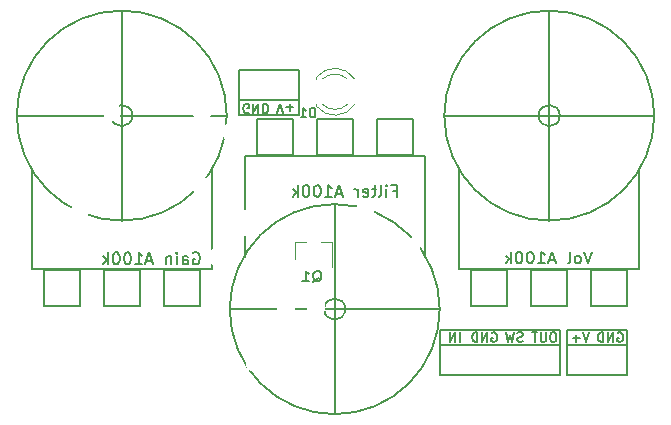
<source format=gbo>
%TF.GenerationSoftware,KiCad,Pcbnew,(5.99.0-7175-gc07a38b91b)*%
%TF.CreationDate,2020-11-24T09:55:21+02:00*%
%TF.ProjectId,gota-de-limon,676f7461-2d64-4652-9d6c-696d6f6e2e6b,rev?*%
%TF.SameCoordinates,Original*%
%TF.FileFunction,Legend,Bot*%
%TF.FilePolarity,Positive*%
%FSLAX46Y46*%
G04 Gerber Fmt 4.6, Leading zero omitted, Abs format (unit mm)*
G04 Created by KiCad (PCBNEW (5.99.0-7175-gc07a38b91b)) date 2020-11-24 09:55:21*
%MOMM*%
%LPD*%
G01*
G04 APERTURE LIST*
%ADD10C,0.150000*%
%ADD11C,0.100000*%
%ADD12C,0.127000*%
%ADD13C,0.120000*%
%ADD14O,1.930400X1.930400*%
%ADD15R,1.930400X1.930400*%
%ADD16C,1.600000*%
%ADD17O,1.600000X1.600000*%
%ADD18R,2.200000X2.200000*%
%ADD19O,2.200000X2.200000*%
%ADD20R,1.600000X1.600000*%
%ADD21R,2.540000X2.540000*%
%ADD22O,2.540000X2.540000*%
%ADD23R,0.800000X0.900000*%
%ADD24R,1.800000X1.800000*%
%ADD25C,1.800000*%
G04 APERTURE END LIST*
D10*
%TO.C,J3*%
X87702523Y-67415000D02*
X87778714Y-67376904D01*
X87893000Y-67376904D01*
X88007285Y-67415000D01*
X88083476Y-67491190D01*
X88121571Y-67567380D01*
X88159666Y-67719761D01*
X88159666Y-67834047D01*
X88121571Y-67986428D01*
X88083476Y-68062619D01*
X88007285Y-68138809D01*
X87893000Y-68176904D01*
X87816809Y-68176904D01*
X87702523Y-68138809D01*
X87664428Y-68100714D01*
X87664428Y-67834047D01*
X87816809Y-67834047D01*
X87321571Y-68176904D02*
X87321571Y-67376904D01*
X86864428Y-68176904D01*
X86864428Y-67376904D01*
X86483476Y-68176904D02*
X86483476Y-67376904D01*
X86293000Y-67376904D01*
X86178714Y-67415000D01*
X86102523Y-67491190D01*
X86064428Y-67567380D01*
X86026333Y-67719761D01*
X86026333Y-67834047D01*
X86064428Y-67986428D01*
X86102523Y-68062619D01*
X86178714Y-68138809D01*
X86293000Y-68176904D01*
X86483476Y-68176904D01*
X85314904Y-67376904D02*
X85048238Y-68176904D01*
X84781571Y-67376904D01*
X84514904Y-67872142D02*
X83905380Y-67872142D01*
X84210142Y-68176904D02*
X84210142Y-67567380D01*
%TO.C,J2*%
X58845095Y-48813095D02*
X59111761Y-48013095D01*
X59378428Y-48813095D01*
X59645095Y-48317857D02*
X60254619Y-48317857D01*
X59949857Y-48013095D02*
X59949857Y-48622619D01*
X56457476Y-48775000D02*
X56381285Y-48813095D01*
X56267000Y-48813095D01*
X56152714Y-48775000D01*
X56076523Y-48698809D01*
X56038428Y-48622619D01*
X56000333Y-48470238D01*
X56000333Y-48355952D01*
X56038428Y-48203571D01*
X56076523Y-48127380D01*
X56152714Y-48051190D01*
X56267000Y-48013095D01*
X56343190Y-48013095D01*
X56457476Y-48051190D01*
X56495571Y-48089285D01*
X56495571Y-48355952D01*
X56343190Y-48355952D01*
X56838428Y-48013095D02*
X56838428Y-48813095D01*
X57295571Y-48013095D01*
X57295571Y-48813095D01*
X57676523Y-48013095D02*
X57676523Y-48813095D01*
X57867000Y-48813095D01*
X57981285Y-48775000D01*
X58057476Y-48698809D01*
X58095571Y-48622619D01*
X58133666Y-48470238D01*
X58133666Y-48355952D01*
X58095571Y-48203571D01*
X58057476Y-48127380D01*
X57981285Y-48051190D01*
X57867000Y-48013095D01*
X57676523Y-48013095D01*
%TO.C,RV2*%
X51773809Y-60650000D02*
X51869047Y-60602380D01*
X52011904Y-60602380D01*
X52154761Y-60650000D01*
X52250000Y-60745238D01*
X52297619Y-60840476D01*
X52345238Y-61030952D01*
X52345238Y-61173809D01*
X52297619Y-61364285D01*
X52250000Y-61459523D01*
X52154761Y-61554761D01*
X52011904Y-61602380D01*
X51916666Y-61602380D01*
X51773809Y-61554761D01*
X51726190Y-61507142D01*
X51726190Y-61173809D01*
X51916666Y-61173809D01*
X50869047Y-61602380D02*
X50869047Y-61078571D01*
X50916666Y-60983333D01*
X51011904Y-60935714D01*
X51202380Y-60935714D01*
X51297619Y-60983333D01*
X50869047Y-61554761D02*
X50964285Y-61602380D01*
X51202380Y-61602380D01*
X51297619Y-61554761D01*
X51345238Y-61459523D01*
X51345238Y-61364285D01*
X51297619Y-61269047D01*
X51202380Y-61221428D01*
X50964285Y-61221428D01*
X50869047Y-61173809D01*
X50392857Y-61602380D02*
X50392857Y-60935714D01*
X50392857Y-60602380D02*
X50440476Y-60650000D01*
X50392857Y-60697619D01*
X50345238Y-60650000D01*
X50392857Y-60602380D01*
X50392857Y-60697619D01*
X49916666Y-60935714D02*
X49916666Y-61602380D01*
X49916666Y-61030952D02*
X49869047Y-60983333D01*
X49773809Y-60935714D01*
X49630952Y-60935714D01*
X49535714Y-60983333D01*
X49488095Y-61078571D01*
X49488095Y-61602380D01*
X48297619Y-61316666D02*
X47821428Y-61316666D01*
X48392857Y-61602380D02*
X48059523Y-60602380D01*
X47726190Y-61602380D01*
X46869047Y-61602380D02*
X47440476Y-61602380D01*
X47154761Y-61602380D02*
X47154761Y-60602380D01*
X47250000Y-60745238D01*
X47345238Y-60840476D01*
X47440476Y-60888095D01*
X46250000Y-60602380D02*
X46154761Y-60602380D01*
X46059523Y-60650000D01*
X46011904Y-60697619D01*
X45964285Y-60792857D01*
X45916666Y-60983333D01*
X45916666Y-61221428D01*
X45964285Y-61411904D01*
X46011904Y-61507142D01*
X46059523Y-61554761D01*
X46154761Y-61602380D01*
X46250000Y-61602380D01*
X46345238Y-61554761D01*
X46392857Y-61507142D01*
X46440476Y-61411904D01*
X46488095Y-61221428D01*
X46488095Y-60983333D01*
X46440476Y-60792857D01*
X46392857Y-60697619D01*
X46345238Y-60650000D01*
X46250000Y-60602380D01*
X45297619Y-60602380D02*
X45202380Y-60602380D01*
X45107142Y-60650000D01*
X45059523Y-60697619D01*
X45011904Y-60792857D01*
X44964285Y-60983333D01*
X44964285Y-61221428D01*
X45011904Y-61411904D01*
X45059523Y-61507142D01*
X45107142Y-61554761D01*
X45202380Y-61602380D01*
X45297619Y-61602380D01*
X45392857Y-61554761D01*
X45440476Y-61507142D01*
X45488095Y-61411904D01*
X45535714Y-61221428D01*
X45535714Y-60983333D01*
X45488095Y-60792857D01*
X45440476Y-60697619D01*
X45392857Y-60650000D01*
X45297619Y-60602380D01*
X44535714Y-61602380D02*
X44535714Y-60602380D01*
X44440476Y-61221428D02*
X44154761Y-61602380D01*
X44154761Y-60935714D02*
X44535714Y-61316666D01*
D11*
X45434285Y-64079380D02*
X46005714Y-64079380D01*
X45720000Y-64079380D02*
X45720000Y-63079380D01*
X45815238Y-63222238D01*
X45910476Y-63317476D01*
X46005714Y-63365095D01*
D10*
%TO.C,Q1*%
X61905238Y-63068095D02*
X62000476Y-63030000D01*
X62095714Y-62953809D01*
X62238571Y-62839523D01*
X62333809Y-62801428D01*
X62429047Y-62801428D01*
X62381428Y-62991904D02*
X62476666Y-62953809D01*
X62571904Y-62877619D01*
X62619523Y-62725238D01*
X62619523Y-62458571D01*
X62571904Y-62306190D01*
X62476666Y-62230000D01*
X62381428Y-62191904D01*
X62190952Y-62191904D01*
X62095714Y-62230000D01*
X62000476Y-62306190D01*
X61952857Y-62458571D01*
X61952857Y-62725238D01*
X62000476Y-62877619D01*
X62095714Y-62953809D01*
X62190952Y-62991904D01*
X62381428Y-62991904D01*
X61000476Y-62991904D02*
X61571904Y-62991904D01*
X61286190Y-62991904D02*
X61286190Y-62191904D01*
X61381428Y-62306190D01*
X61476666Y-62382380D01*
X61571904Y-62420476D01*
%TO.C,RV1*%
X68653809Y-55378571D02*
X68987142Y-55378571D01*
X68987142Y-55902380D02*
X68987142Y-54902380D01*
X68510952Y-54902380D01*
X68130000Y-55902380D02*
X68130000Y-55235714D01*
X68130000Y-54902380D02*
X68177619Y-54950000D01*
X68130000Y-54997619D01*
X68082380Y-54950000D01*
X68130000Y-54902380D01*
X68130000Y-54997619D01*
X67510952Y-55902380D02*
X67606190Y-55854761D01*
X67653809Y-55759523D01*
X67653809Y-54902380D01*
X67272857Y-55235714D02*
X66891904Y-55235714D01*
X67130000Y-54902380D02*
X67130000Y-55759523D01*
X67082380Y-55854761D01*
X66987142Y-55902380D01*
X66891904Y-55902380D01*
X66177619Y-55854761D02*
X66272857Y-55902380D01*
X66463333Y-55902380D01*
X66558571Y-55854761D01*
X66606190Y-55759523D01*
X66606190Y-55378571D01*
X66558571Y-55283333D01*
X66463333Y-55235714D01*
X66272857Y-55235714D01*
X66177619Y-55283333D01*
X66130000Y-55378571D01*
X66130000Y-55473809D01*
X66606190Y-55569047D01*
X65701428Y-55902380D02*
X65701428Y-55235714D01*
X65701428Y-55426190D02*
X65653809Y-55330952D01*
X65606190Y-55283333D01*
X65510952Y-55235714D01*
X65415714Y-55235714D01*
X64368095Y-55616666D02*
X63891904Y-55616666D01*
X64463333Y-55902380D02*
X64130000Y-54902380D01*
X63796666Y-55902380D01*
X62939523Y-55902380D02*
X63510952Y-55902380D01*
X63225238Y-55902380D02*
X63225238Y-54902380D01*
X63320476Y-55045238D01*
X63415714Y-55140476D01*
X63510952Y-55188095D01*
X62320476Y-54902380D02*
X62225238Y-54902380D01*
X62130000Y-54950000D01*
X62082380Y-54997619D01*
X62034761Y-55092857D01*
X61987142Y-55283333D01*
X61987142Y-55521428D01*
X62034761Y-55711904D01*
X62082380Y-55807142D01*
X62130000Y-55854761D01*
X62225238Y-55902380D01*
X62320476Y-55902380D01*
X62415714Y-55854761D01*
X62463333Y-55807142D01*
X62510952Y-55711904D01*
X62558571Y-55521428D01*
X62558571Y-55283333D01*
X62510952Y-55092857D01*
X62463333Y-54997619D01*
X62415714Y-54950000D01*
X62320476Y-54902380D01*
X61368095Y-54902380D02*
X61272857Y-54902380D01*
X61177619Y-54950000D01*
X61130000Y-54997619D01*
X61082380Y-55092857D01*
X61034761Y-55283333D01*
X61034761Y-55521428D01*
X61082380Y-55711904D01*
X61130000Y-55807142D01*
X61177619Y-55854761D01*
X61272857Y-55902380D01*
X61368095Y-55902380D01*
X61463333Y-55854761D01*
X61510952Y-55807142D01*
X61558571Y-55711904D01*
X61606190Y-55521428D01*
X61606190Y-55283333D01*
X61558571Y-55092857D01*
X61510952Y-54997619D01*
X61463333Y-54950000D01*
X61368095Y-54902380D01*
X60606190Y-55902380D02*
X60606190Y-54902380D01*
X60510952Y-55521428D02*
X60225238Y-55902380D01*
X60225238Y-55235714D02*
X60606190Y-55616666D01*
D11*
X63468285Y-51252380D02*
X64039714Y-51252380D01*
X63754000Y-51252380D02*
X63754000Y-50252380D01*
X63849238Y-50395238D01*
X63944476Y-50490476D01*
X64039714Y-50538095D01*
D10*
%TO.C,J1*%
X79675714Y-68138809D02*
X79561428Y-68176904D01*
X79370952Y-68176904D01*
X79294761Y-68138809D01*
X79256666Y-68100714D01*
X79218571Y-68024523D01*
X79218571Y-67948333D01*
X79256666Y-67872142D01*
X79294761Y-67834047D01*
X79370952Y-67795952D01*
X79523333Y-67757857D01*
X79599523Y-67719761D01*
X79637619Y-67681666D01*
X79675714Y-67605476D01*
X79675714Y-67529285D01*
X79637619Y-67453095D01*
X79599523Y-67415000D01*
X79523333Y-67376904D01*
X79332857Y-67376904D01*
X79218571Y-67415000D01*
X78951904Y-67376904D02*
X78761428Y-68176904D01*
X78609047Y-67605476D01*
X78456666Y-68176904D01*
X78266190Y-67376904D01*
X77059523Y-67415000D02*
X77135714Y-67376904D01*
X77250000Y-67376904D01*
X77364285Y-67415000D01*
X77440476Y-67491190D01*
X77478571Y-67567380D01*
X77516666Y-67719761D01*
X77516666Y-67834047D01*
X77478571Y-67986428D01*
X77440476Y-68062619D01*
X77364285Y-68138809D01*
X77250000Y-68176904D01*
X77173809Y-68176904D01*
X77059523Y-68138809D01*
X77021428Y-68100714D01*
X77021428Y-67834047D01*
X77173809Y-67834047D01*
X76678571Y-68176904D02*
X76678571Y-67376904D01*
X76221428Y-68176904D01*
X76221428Y-67376904D01*
X75840476Y-68176904D02*
X75840476Y-67376904D01*
X75650000Y-67376904D01*
X75535714Y-67415000D01*
X75459523Y-67491190D01*
X75421428Y-67567380D01*
X75383333Y-67719761D01*
X75383333Y-67834047D01*
X75421428Y-67986428D01*
X75459523Y-68062619D01*
X75535714Y-68138809D01*
X75650000Y-68176904D01*
X75840476Y-68176904D01*
X82330000Y-67376904D02*
X82177619Y-67376904D01*
X82101428Y-67415000D01*
X82025238Y-67491190D01*
X81987142Y-67643571D01*
X81987142Y-67910238D01*
X82025238Y-68062619D01*
X82101428Y-68138809D01*
X82177619Y-68176904D01*
X82330000Y-68176904D01*
X82406190Y-68138809D01*
X82482380Y-68062619D01*
X82520476Y-67910238D01*
X82520476Y-67643571D01*
X82482380Y-67491190D01*
X82406190Y-67415000D01*
X82330000Y-67376904D01*
X81644285Y-67376904D02*
X81644285Y-68024523D01*
X81606190Y-68100714D01*
X81568095Y-68138809D01*
X81491904Y-68176904D01*
X81339523Y-68176904D01*
X81263333Y-68138809D01*
X81225238Y-68100714D01*
X81187142Y-68024523D01*
X81187142Y-67376904D01*
X80920476Y-67376904D02*
X80463333Y-67376904D01*
X80691904Y-68176904D02*
X80691904Y-67376904D01*
X74329047Y-68176904D02*
X74329047Y-67376904D01*
X73948095Y-68176904D02*
X73948095Y-67376904D01*
X73490952Y-68176904D01*
X73490952Y-67376904D01*
%TO.C,RV3*%
X85541976Y-60539380D02*
X85208642Y-61539380D01*
X84875309Y-60539380D01*
X84399119Y-61539380D02*
X84494357Y-61491761D01*
X84541976Y-61444142D01*
X84589595Y-61348904D01*
X84589595Y-61063190D01*
X84541976Y-60967952D01*
X84494357Y-60920333D01*
X84399119Y-60872714D01*
X84256261Y-60872714D01*
X84161023Y-60920333D01*
X84113404Y-60967952D01*
X84065785Y-61063190D01*
X84065785Y-61348904D01*
X84113404Y-61444142D01*
X84161023Y-61491761D01*
X84256261Y-61539380D01*
X84399119Y-61539380D01*
X83494357Y-61539380D02*
X83589595Y-61491761D01*
X83637214Y-61396523D01*
X83637214Y-60539380D01*
X82399119Y-61253666D02*
X81922928Y-61253666D01*
X82494357Y-61539380D02*
X82161023Y-60539380D01*
X81827690Y-61539380D01*
X80970547Y-61539380D02*
X81541976Y-61539380D01*
X81256261Y-61539380D02*
X81256261Y-60539380D01*
X81351500Y-60682238D01*
X81446738Y-60777476D01*
X81541976Y-60825095D01*
X80351500Y-60539380D02*
X80256261Y-60539380D01*
X80161023Y-60587000D01*
X80113404Y-60634619D01*
X80065785Y-60729857D01*
X80018166Y-60920333D01*
X80018166Y-61158428D01*
X80065785Y-61348904D01*
X80113404Y-61444142D01*
X80161023Y-61491761D01*
X80256261Y-61539380D01*
X80351500Y-61539380D01*
X80446738Y-61491761D01*
X80494357Y-61444142D01*
X80541976Y-61348904D01*
X80589595Y-61158428D01*
X80589595Y-60920333D01*
X80541976Y-60729857D01*
X80494357Y-60634619D01*
X80446738Y-60587000D01*
X80351500Y-60539380D01*
X79399119Y-60539380D02*
X79303880Y-60539380D01*
X79208642Y-60587000D01*
X79161023Y-60634619D01*
X79113404Y-60729857D01*
X79065785Y-60920333D01*
X79065785Y-61158428D01*
X79113404Y-61348904D01*
X79161023Y-61444142D01*
X79208642Y-61491761D01*
X79303880Y-61539380D01*
X79399119Y-61539380D01*
X79494357Y-61491761D01*
X79541976Y-61444142D01*
X79589595Y-61348904D01*
X79637214Y-61158428D01*
X79637214Y-60920333D01*
X79589595Y-60729857D01*
X79541976Y-60634619D01*
X79494357Y-60587000D01*
X79399119Y-60539380D01*
X78637214Y-61539380D02*
X78637214Y-60539380D01*
X78541976Y-61158428D02*
X78256261Y-61539380D01*
X78256261Y-60872714D02*
X78637214Y-61253666D01*
D11*
X81629285Y-64079380D02*
X82200714Y-64079380D01*
X81915000Y-64079380D02*
X81915000Y-63079380D01*
X82010238Y-63222238D01*
X82105476Y-63317476D01*
X82200714Y-63365095D01*
D10*
%TO.C,D1*%
X62080476Y-49161904D02*
X62080476Y-48361904D01*
X61890000Y-48361904D01*
X61775714Y-48400000D01*
X61699523Y-48476190D01*
X61661428Y-48552380D01*
X61623333Y-48704761D01*
X61623333Y-48819047D01*
X61661428Y-48971428D01*
X61699523Y-49047619D01*
X61775714Y-49123809D01*
X61890000Y-49161904D01*
X62080476Y-49161904D01*
X60861428Y-49161904D02*
X61318571Y-49161904D01*
X61090000Y-49161904D02*
X61090000Y-48361904D01*
X61166190Y-48476190D01*
X61242380Y-48552380D01*
X61318571Y-48590476D01*
D12*
%TO.C,J3*%
X83410000Y-68450000D02*
X83410000Y-67180000D01*
X88490000Y-68450000D02*
X88490000Y-67180000D01*
X83410000Y-67180000D02*
X88490000Y-67180000D01*
X83410000Y-70990000D02*
X83410000Y-68450000D01*
X88490000Y-70990000D02*
X88490000Y-68450000D01*
X83410000Y-70990000D02*
X88490000Y-70990000D01*
X88490000Y-68450000D02*
X83410000Y-68450000D01*
%TO.C,J2*%
X60750000Y-45200000D02*
X60750000Y-47740000D01*
X55670000Y-45200000D02*
X55670000Y-47740000D01*
X60750000Y-47740000D02*
X60750000Y-49010000D01*
X60750000Y-45200000D02*
X55670000Y-45200000D01*
X60750000Y-49010000D02*
X55670000Y-49010000D01*
X55670000Y-47740000D02*
X60750000Y-47740000D01*
X55670000Y-47740000D02*
X55670000Y-49010000D01*
%TO.C,RV2*%
X39116000Y-65151000D02*
X42164000Y-65151000D01*
X39116000Y-62103000D02*
X42164000Y-62103000D01*
X49276000Y-62103000D02*
X52324000Y-62103000D01*
X42164000Y-65151000D02*
X42164000Y-62103000D01*
X47244000Y-65151000D02*
X47244000Y-62103000D01*
X36830000Y-49022000D02*
X54610000Y-49022000D01*
X44196000Y-62103000D02*
X44196000Y-65151000D01*
X53340000Y-61976000D02*
X53340000Y-53467000D01*
X44196000Y-62103000D02*
X47244000Y-62103000D01*
X49276000Y-65151000D02*
X52324000Y-65151000D01*
X38100000Y-53467000D02*
X38100000Y-61976000D01*
X38100000Y-61976000D02*
X53340000Y-61976000D01*
X39116000Y-62103000D02*
X39116000Y-65151000D01*
X45720000Y-57912000D02*
X45720000Y-40132000D01*
X52324000Y-65151000D02*
X52324000Y-62103000D01*
X49276000Y-62103000D02*
X49276000Y-65151000D01*
X44196000Y-65151000D02*
X47244000Y-65151000D01*
X36830000Y-49022000D02*
G75*
G03*
X45720000Y-57912000I8890000J0D01*
G01*
X45720002Y-40132000D02*
G75*
G03*
X36830000Y-49022000I-101J-8889901D01*
G01*
X45720000Y-57912000D02*
G75*
G03*
X54610000Y-49022000I0J8890000D01*
G01*
X54610000Y-49022002D02*
G75*
G03*
X45720000Y-40132000I-8889901J101D01*
G01*
X46618000Y-49022000D02*
G75*
G03*
X46618000Y-49022000I-898000J0D01*
G01*
D13*
%TO.C,Q1*%
X60396000Y-59692000D02*
X61326000Y-59692000D01*
X60396000Y-59692000D02*
X60396000Y-61152000D01*
X63556000Y-59692000D02*
X62626000Y-59692000D01*
X63556000Y-59692000D02*
X63556000Y-61852000D01*
D12*
%TO.C,RV1*%
X60198000Y-49276000D02*
X57150000Y-49276000D01*
X70358000Y-52324000D02*
X70358000Y-49276000D01*
X67310000Y-49276000D02*
X67310000Y-52324000D01*
X71374000Y-52451000D02*
X56134000Y-52451000D01*
X70358000Y-52324000D02*
X67310000Y-52324000D01*
X71374000Y-60960000D02*
X71374000Y-52451000D01*
X65278000Y-52324000D02*
X65278000Y-49276000D01*
X60198000Y-52324000D02*
X60198000Y-49276000D01*
X65278000Y-49276000D02*
X62230000Y-49276000D01*
X62230000Y-49276000D02*
X62230000Y-52324000D01*
X70358000Y-49276000D02*
X67310000Y-49276000D01*
X57150000Y-49276000D02*
X57150000Y-52324000D01*
X63754000Y-56515000D02*
X63754000Y-74295000D01*
X56134000Y-52451000D02*
X56134000Y-60960000D01*
X60198000Y-52324000D02*
X57150000Y-52324000D01*
X65278000Y-52324000D02*
X62230000Y-52324000D01*
X72644000Y-65405000D02*
X54864000Y-65405000D01*
X63753998Y-74295000D02*
G75*
G03*
X72644000Y-65405000I101J8889901D01*
G01*
X72644000Y-65405000D02*
G75*
G03*
X63754000Y-56515000I-8890000J0D01*
G01*
X54864000Y-65404998D02*
G75*
G03*
X63754000Y-74295000I8889901J-101D01*
G01*
X63754000Y-56515000D02*
G75*
G03*
X54864000Y-65405000I0J-8890000D01*
G01*
X64652000Y-65405000D02*
G75*
G03*
X64652000Y-65405000I-898000J0D01*
G01*
%TO.C,J1*%
X72640000Y-67180000D02*
X82800000Y-67180000D01*
X82800000Y-70990000D02*
X82800000Y-68450000D01*
X72640000Y-68450000D02*
X72640000Y-67180000D01*
X72640000Y-70990000D02*
X72640000Y-68450000D01*
X82800000Y-68450000D02*
X82800000Y-67180000D01*
X82800000Y-68450000D02*
X72640000Y-68450000D01*
X72640000Y-70990000D02*
X82800000Y-70990000D01*
%TO.C,RV3*%
X74295000Y-53467000D02*
X74295000Y-61976000D01*
X74295000Y-61976000D02*
X89535000Y-61976000D01*
X85471000Y-65151000D02*
X88519000Y-65151000D01*
X88519000Y-65151000D02*
X88519000Y-62103000D01*
X80391000Y-62103000D02*
X83439000Y-62103000D01*
X85471000Y-62103000D02*
X88519000Y-62103000D01*
X80391000Y-65151000D02*
X83439000Y-65151000D01*
X83439000Y-65151000D02*
X83439000Y-62103000D01*
X85471000Y-62103000D02*
X85471000Y-65151000D01*
X81915000Y-57912000D02*
X81915000Y-40132000D01*
X75311000Y-65151000D02*
X78359000Y-65151000D01*
X80391000Y-62103000D02*
X80391000Y-65151000D01*
X73025000Y-49022000D02*
X90805000Y-49022000D01*
X75311000Y-62103000D02*
X75311000Y-65151000D01*
X89535000Y-61976000D02*
X89535000Y-53467000D01*
X78359000Y-65151000D02*
X78359000Y-62103000D01*
X75311000Y-62103000D02*
X78359000Y-62103000D01*
X81915000Y-57912000D02*
G75*
G03*
X90805000Y-49022000I0J8890000D01*
G01*
X90805000Y-49022002D02*
G75*
G03*
X81915000Y-40132000I-8889901J101D01*
G01*
X81915002Y-40132000D02*
G75*
G03*
X73025000Y-49022000I-101J-8889901D01*
G01*
X73025000Y-49022000D02*
G75*
G03*
X81915000Y-57912000I8890000J0D01*
G01*
X82813000Y-49022000D02*
G75*
G03*
X82813000Y-49022000I-898000J0D01*
G01*
D13*
%TO.C,D1*%
X62210000Y-45920000D02*
X62210000Y-45764000D01*
X62210000Y-48236000D02*
X62210000Y-48080000D01*
X64811130Y-45920163D02*
G75*
G03*
X62729039Y-45920000I-1041130J-1079837D01*
G01*
X65442335Y-45921392D02*
G75*
G03*
X62210000Y-45764484I-1672335J-1078608D01*
G01*
X64811130Y-48079837D02*
G75*
G02*
X62729039Y-48080000I-1041130J1079837D01*
G01*
X65442335Y-48078608D02*
G75*
G02*
X62210000Y-48235516I-1672335J1078608D01*
G01*
%TD*%
%LPC*%
D14*
%TO.C,J3*%
X87220000Y-69720000D03*
D15*
X84680000Y-69720000D03*
%TD*%
D16*
%TO.C,R2*%
X52500000Y-48725000D03*
D17*
X44880000Y-48725000D03*
%TD*%
D16*
%TO.C,C7*%
X39170000Y-51830000D03*
X39170000Y-56830000D03*
%TD*%
D18*
%TO.C,D2*%
X55360000Y-58110000D03*
D19*
X55360000Y-50490000D03*
%TD*%
D16*
%TO.C,C9*%
X42250000Y-56825000D03*
X42250000Y-51825000D03*
%TD*%
%TO.C,R5*%
X44900000Y-51850000D03*
D17*
X52520000Y-51850000D03*
%TD*%
D16*
%TO.C,C6*%
X58750000Y-61000000D03*
X53750000Y-61000000D03*
%TD*%
D20*
%TO.C,C1*%
X41920000Y-47570000D03*
D16*
X39420000Y-47570000D03*
%TD*%
%TO.C,C10*%
X70200000Y-66290000D03*
X65200000Y-66290000D03*
%TD*%
D15*
%TO.C,J2*%
X59480000Y-46470000D03*
D14*
X56940000Y-46470000D03*
%TD*%
D20*
%TO.C,C4*%
X59670000Y-65210000D03*
D16*
X62170000Y-65210000D03*
%TD*%
D21*
%TO.C,RV2*%
X50800000Y-63627000D03*
D22*
X45720000Y-63627000D03*
X40640000Y-63627000D03*
%TD*%
D23*
%TO.C,Q1*%
X62926000Y-61452000D03*
X61026000Y-61452000D03*
X61976000Y-59452000D03*
%TD*%
D21*
%TO.C,RV1*%
X58674000Y-50800000D03*
D22*
X63754000Y-50800000D03*
X68834000Y-50800000D03*
%TD*%
D16*
%TO.C,R1*%
X58674000Y-53975000D03*
D17*
X66294000Y-53975000D03*
%TD*%
D16*
%TO.C,R6*%
X57000000Y-69930000D03*
D17*
X49380000Y-69930000D03*
%TD*%
D15*
%TO.C,J1*%
X73910000Y-69720000D03*
D14*
X76450000Y-69720000D03*
X78990000Y-69720000D03*
X81530000Y-69720000D03*
%TD*%
D16*
%TO.C,R10*%
X46630000Y-66830000D03*
D17*
X39010000Y-66830000D03*
%TD*%
D16*
%TO.C,R11*%
X49370000Y-66870000D03*
D17*
X56990000Y-66870000D03*
%TD*%
D16*
%TO.C,C5*%
X70200000Y-60150000D03*
X65200000Y-60150000D03*
%TD*%
%TO.C,R7*%
X46630000Y-69900000D03*
D17*
X39010000Y-69900000D03*
%TD*%
D20*
%TO.C,C8*%
X45350000Y-59275000D03*
D16*
X47850000Y-59275000D03*
%TD*%
%TO.C,R8*%
X67250000Y-47000000D03*
D17*
X74870000Y-47000000D03*
%TD*%
D16*
%TO.C,R9*%
X52525000Y-54950000D03*
D17*
X44905000Y-54950000D03*
%TD*%
D21*
%TO.C,RV3*%
X86995000Y-63627000D03*
D22*
X81915000Y-63627000D03*
X76835000Y-63627000D03*
%TD*%
D16*
%TO.C,R3*%
X58670000Y-57050000D03*
D17*
X66290000Y-57050000D03*
%TD*%
D16*
%TO.C,C2*%
X65200000Y-63225000D03*
X70200000Y-63225000D03*
%TD*%
%TO.C,R4*%
X71600000Y-50800000D03*
D17*
X79220000Y-50800000D03*
%TD*%
D20*
%TO.C,C3*%
X70231000Y-56642000D03*
D16*
X70231000Y-54142000D03*
%TD*%
D24*
%TO.C,D1*%
X62500000Y-47000000D03*
D25*
X65040000Y-47000000D03*
%TD*%
M02*

</source>
